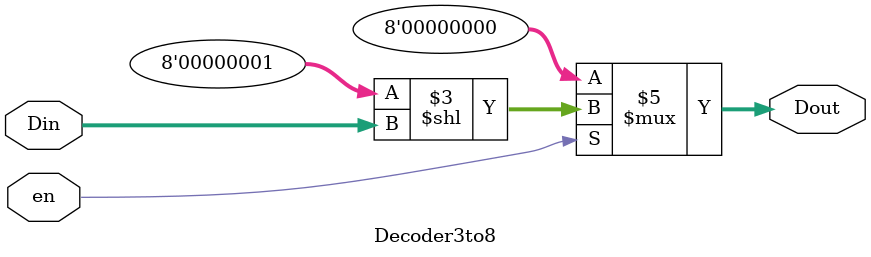
<source format=v>
module Decoder3to8
	(input [2:0]Din,
		input en,
		output reg [7:0]Dout);
		
always@(*)
	if(!en)
		Dout = 8'd0;
	else
		Dout = 8'd1<<Din;

endmodule

</source>
